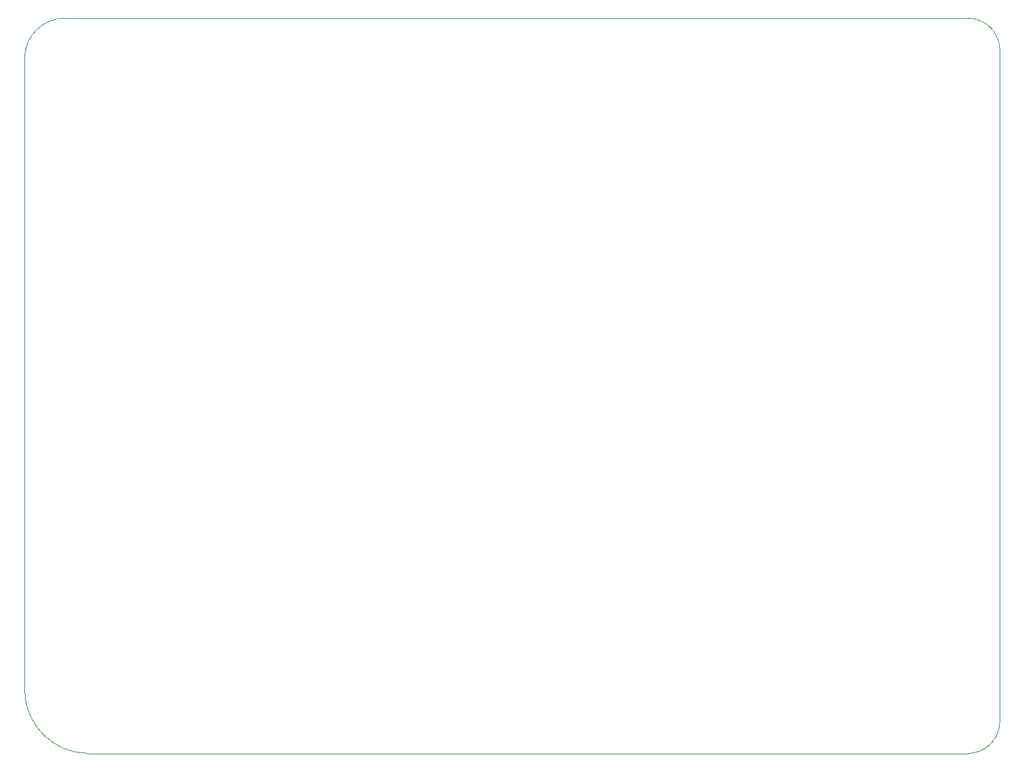
<source format=gbr>
G04 #@! TF.GenerationSoftware,KiCad,Pcbnew,(5.1.5-0-10_14)*
G04 #@! TF.CreationDate,2021-08-15T19:06:35+01:00*
G04 #@! TF.ProjectId,xosera,786f7365-7261-42e6-9b69-6361645f7063,rev?*
G04 #@! TF.SameCoordinates,Original*
G04 #@! TF.FileFunction,Profile,NP*
%FSLAX46Y46*%
G04 Gerber Fmt 4.6, Leading zero omitted, Abs format (unit mm)*
G04 Created by KiCad (PCBNEW (5.1.5-0-10_14)) date 2021-08-15 19:06:35*
%MOMM*%
%LPD*%
G04 APERTURE LIST*
%ADD10C,0.050000*%
G04 APERTURE END LIST*
D10*
X99000000Y-129000000D02*
X99000000Y-50000000D01*
X217000000Y-137000000D02*
X107000000Y-137000000D01*
X221000000Y-49000000D02*
X221000000Y-133000000D01*
X104000000Y-45000000D02*
X217000000Y-45000000D01*
X217000000Y-45000000D02*
G75*
G02X221000000Y-49000000I0J-4000000D01*
G01*
X221000000Y-133000000D02*
G75*
G02X217000000Y-137000000I-4000000J0D01*
G01*
X107000000Y-137000000D02*
G75*
G02X99000000Y-129000000I0J8000000D01*
G01*
X99000000Y-50000000D02*
G75*
G02X104000000Y-45000000I5000000J0D01*
G01*
M02*

</source>
